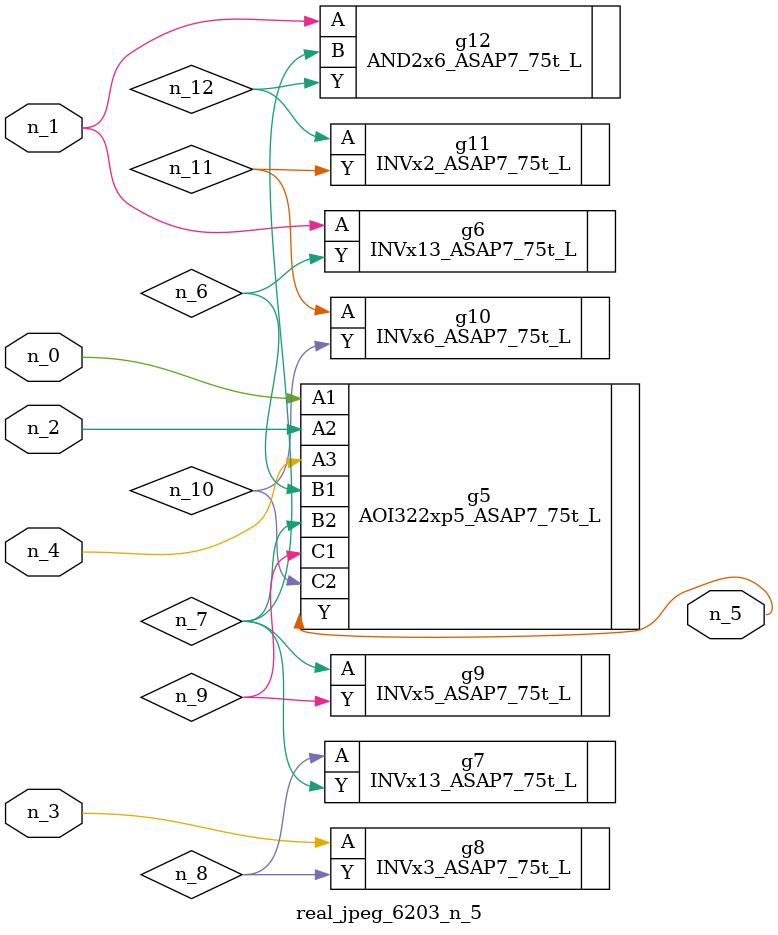
<source format=v>
module real_jpeg_6203_n_5 (n_4, n_0, n_1, n_2, n_3, n_5);

input n_4;
input n_0;
input n_1;
input n_2;
input n_3;

output n_5;

wire n_12;
wire n_8;
wire n_11;
wire n_6;
wire n_7;
wire n_10;
wire n_9;

AOI322xp5_ASAP7_75t_L g5 ( 
.A1(n_0),
.A2(n_2),
.A3(n_4),
.B1(n_6),
.B2(n_7),
.C1(n_9),
.C2(n_10),
.Y(n_5)
);

INVx13_ASAP7_75t_L g6 ( 
.A(n_1),
.Y(n_6)
);

AND2x6_ASAP7_75t_L g12 ( 
.A(n_1),
.B(n_7),
.Y(n_12)
);

INVx3_ASAP7_75t_L g8 ( 
.A(n_3),
.Y(n_8)
);

INVx5_ASAP7_75t_L g9 ( 
.A(n_7),
.Y(n_9)
);

INVx13_ASAP7_75t_L g7 ( 
.A(n_8),
.Y(n_7)
);

INVx6_ASAP7_75t_L g10 ( 
.A(n_11),
.Y(n_10)
);

INVx2_ASAP7_75t_L g11 ( 
.A(n_12),
.Y(n_11)
);


endmodule
</source>
